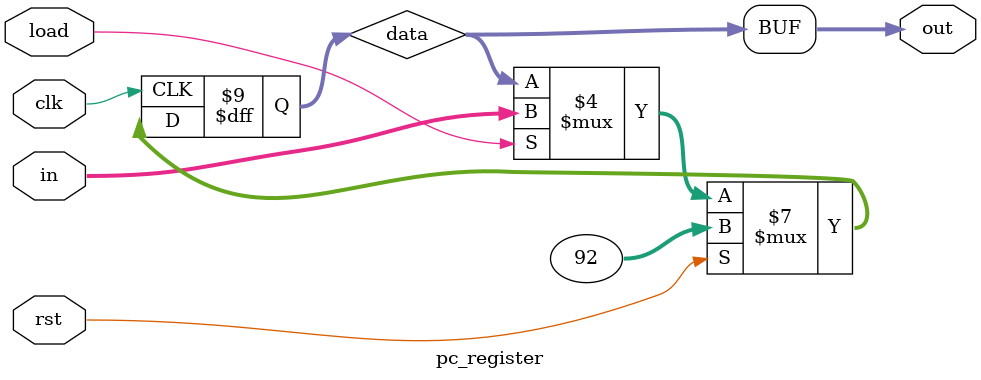
<source format=sv>
module pc_register #(parameter width = 32)
(
    input clk,
    input rst,
    input load,
    input [width-1:0] in,
    output logic [width-1:0] out
);

/*
* PC needs to start at 0x60
 */
logic [width-1:0] data;

always_ff @(posedge clk)
begin
    if (rst)
    begin
        data <= 32'h0000005c;
    end
    else if (load)
    begin
        data <= in;
    end
    else
    begin
        data <= data;
    end
end

always_comb
begin
    out = data;
end

endmodule : pc_register

</source>
